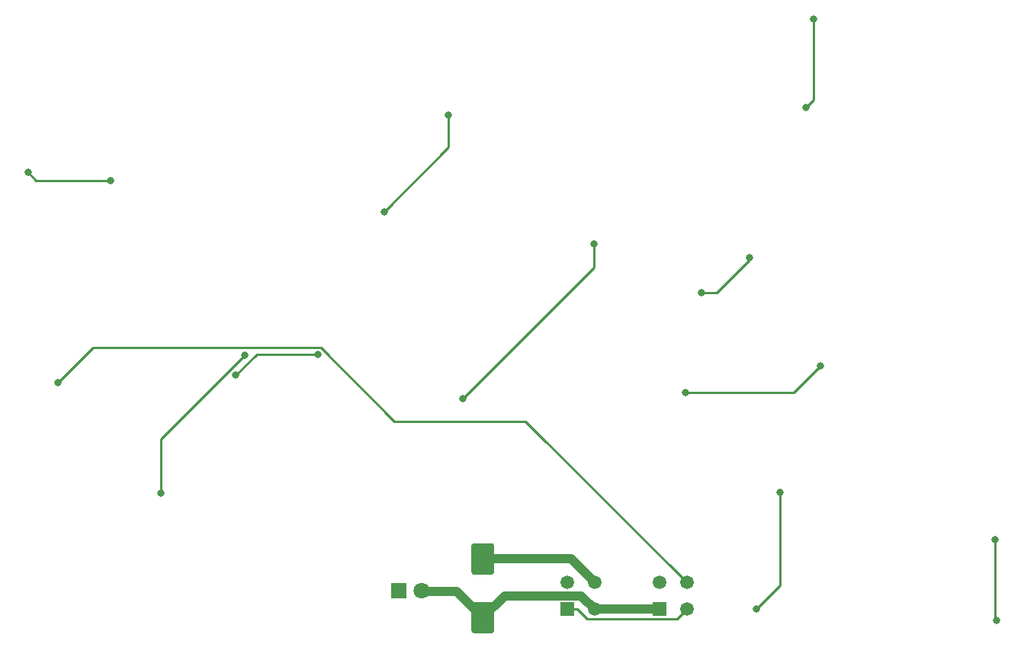
<source format=gbr>
%TF.GenerationSoftware,KiCad,Pcbnew,(5.1.6)-1*%
%TF.CreationDate,2020-11-25T11:28:29+11:00*%
%TF.ProjectId,SNSR Panel PCB V1,534e5352-2050-4616-9e65-6c2050434220,rev?*%
%TF.SameCoordinates,Original*%
%TF.FileFunction,Copper,L2,Bot*%
%TF.FilePolarity,Positive*%
%FSLAX46Y46*%
G04 Gerber Fmt 4.6, Leading zero omitted, Abs format (unit mm)*
G04 Created by KiCad (PCBNEW (5.1.6)-1) date 2020-11-25 11:28:29*
%MOMM*%
%LPD*%
G01*
G04 APERTURE LIST*
%TA.AperFunction,ComponentPad*%
%ADD10C,1.520000*%
%TD*%
%TA.AperFunction,ComponentPad*%
%ADD11R,1.520000X1.520000*%
%TD*%
%TA.AperFunction,ComponentPad*%
%ADD12C,1.800000*%
%TD*%
%TA.AperFunction,ComponentPad*%
%ADD13R,1.800000X1.800000*%
%TD*%
%TA.AperFunction,ViaPad*%
%ADD14C,0.800000*%
%TD*%
%TA.AperFunction,Conductor*%
%ADD15C,1.000000*%
%TD*%
%TA.AperFunction,Conductor*%
%ADD16C,0.250000*%
%TD*%
G04 APERTURE END LIST*
D10*
%TO.P,J2,4*%
%TO.N,/LEDGND*%
X156694999Y-114526001D03*
%TO.P,J2,3*%
%TO.N,/DATAOUT*%
X153695000Y-114526001D03*
%TO.P,J2,2*%
%TO.N,/LED+5V*%
X156694999Y-117526000D03*
D11*
%TO.P,J2,1*%
%TO.N,/DATALOOP*%
X153695000Y-117526000D03*
%TD*%
D10*
%TO.P,J1,4*%
%TO.N,/DATAIN*%
X166931999Y-114526001D03*
%TO.P,J1,3*%
%TO.N,/LEDGND*%
X163932000Y-114526001D03*
%TO.P,J1,2*%
%TO.N,/DATALOOP*%
X166931999Y-117526000D03*
D11*
%TO.P,J1,1*%
%TO.N,/LED+5V*%
X163932000Y-117526000D03*
%TD*%
D12*
%TO.P,D1,2*%
%TO.N,/LED+5V*%
X137490000Y-115443000D03*
D13*
%TO.P,D1,1*%
%TO.N,Net-(D1-Pad1)*%
X134950000Y-115443000D03*
%TD*%
%TO.P,C1,2*%
%TO.N,/LEDGND*%
%TA.AperFunction,SMDPad,CuDef*%
G36*
G01*
X145272000Y-113689000D02*
X143272000Y-113689000D01*
G75*
G02*
X143022000Y-113439000I0J250000D01*
G01*
X143022000Y-110439000D01*
G75*
G02*
X143272000Y-110189000I250000J0D01*
G01*
X145272000Y-110189000D01*
G75*
G02*
X145522000Y-110439000I0J-250000D01*
G01*
X145522000Y-113439000D01*
G75*
G02*
X145272000Y-113689000I-250000J0D01*
G01*
G37*
%TD.AperFunction*%
%TO.P,C1,1*%
%TO.N,/LED+5V*%
%TA.AperFunction,SMDPad,CuDef*%
G36*
G01*
X145272000Y-120189000D02*
X143272000Y-120189000D01*
G75*
G02*
X143022000Y-119939000I0J250000D01*
G01*
X143022000Y-116939000D01*
G75*
G02*
X143272000Y-116689000I250000J0D01*
G01*
X145272000Y-116689000D01*
G75*
G02*
X145522000Y-116939000I0J-250000D01*
G01*
X145522000Y-119939000D01*
G75*
G02*
X145272000Y-120189000I-250000J0D01*
G01*
G37*
%TD.AperFunction*%
%TD*%
D14*
%TO.N,/DATAIN*%
X97095300Y-92347300D03*
%TO.N,Net-(D5-Pad2)*%
X102935500Y-69902800D03*
X93772100Y-69011400D03*
%TO.N,Net-(D19-Pad2)*%
X117809300Y-89312800D03*
X108516500Y-104619700D03*
%TO.N,Net-(D20-Pad2)*%
X125994000Y-89201700D03*
X116821800Y-91541800D03*
%TO.N,Net-(D23-Pad2)*%
X156589900Y-76934100D03*
X142036800Y-94132000D03*
%TO.N,Net-(D26-Pad2)*%
X140480700Y-62636400D03*
X133304500Y-73388300D03*
%TO.N,Net-(D32-Pad2)*%
X181035400Y-51994100D03*
X180172200Y-61809600D03*
%TO.N,Net-(D38-Pad2)*%
X168521200Y-82346800D03*
X173917200Y-78423100D03*
%TO.N,Net-(D44-Pad2)*%
X181750100Y-90498300D03*
X166762300Y-93422200D03*
%TO.N,Net-(D52-Pad2)*%
X201297600Y-118744700D03*
X201111600Y-109830000D03*
%TO.N,Net-(D57-Pad2)*%
X177257900Y-104577400D03*
X174645700Y-117487200D03*
%TD*%
D15*
%TO.N,/LEDGND*%
X144272000Y-111939000D02*
X154108000Y-111939000D01*
X154108000Y-111939000D02*
X156695000Y-114526000D01*
%TO.N,/LED+5V*%
X156695000Y-117526000D02*
X162471700Y-117526000D01*
X144272000Y-118439000D02*
X146677000Y-116034000D01*
X146677000Y-116034000D02*
X155203000Y-116034000D01*
X155203000Y-116034000D02*
X156695000Y-117526000D01*
X163932000Y-117526000D02*
X162471700Y-117526000D01*
X144272000Y-118439000D02*
X141417700Y-115584700D01*
X141417700Y-115584700D02*
X137631700Y-115584700D01*
X137631700Y-115584700D02*
X137490000Y-115443000D01*
D16*
%TO.N,/DATAIN*%
X166932000Y-114526000D02*
X149032400Y-96626400D01*
X149032400Y-96626400D02*
X134475900Y-96626400D01*
X134475900Y-96626400D02*
X126309900Y-88460400D01*
X126309900Y-88460400D02*
X100982200Y-88460400D01*
X100982200Y-88460400D02*
X97095300Y-92347300D01*
%TO.N,Net-(D5-Pad2)*%
X102935500Y-69902800D02*
X94663500Y-69902800D01*
X94663500Y-69902800D02*
X93772100Y-69011400D01*
%TO.N,Net-(D19-Pad2)*%
X108516500Y-104619700D02*
X108516500Y-98605600D01*
X108516500Y-98605600D02*
X117809300Y-89312800D01*
%TO.N,Net-(D20-Pad2)*%
X116821800Y-91541800D02*
X119161900Y-89201700D01*
X119161900Y-89201700D02*
X125994000Y-89201700D01*
%TO.N,Net-(D23-Pad2)*%
X156589900Y-76934100D02*
X156589900Y-79578900D01*
X156589900Y-79578900D02*
X142036800Y-94132000D01*
%TO.N,Net-(D26-Pad2)*%
X140480700Y-62636400D02*
X140480700Y-66212100D01*
X140480700Y-66212100D02*
X133304500Y-73388300D01*
%TO.N,Net-(D32-Pad2)*%
X181035400Y-51994100D02*
X181035400Y-60946400D01*
X181035400Y-60946400D02*
X180172200Y-61809600D01*
%TO.N,/DATALOOP*%
X153695000Y-117526000D02*
X154780300Y-117526000D01*
X166932000Y-117526000D02*
X165846700Y-118611300D01*
X165846700Y-118611300D02*
X155865600Y-118611300D01*
X155865600Y-118611300D02*
X154780300Y-117526000D01*
%TO.N,Net-(D38-Pad2)*%
X173917200Y-78423100D02*
X173917200Y-78711200D01*
X173917200Y-78711200D02*
X170281600Y-82346800D01*
X170281600Y-82346800D02*
X168521200Y-82346800D01*
%TO.N,Net-(D44-Pad2)*%
X166762300Y-93422200D02*
X178826200Y-93422200D01*
X178826200Y-93422200D02*
X181750100Y-90498300D01*
%TO.N,Net-(D52-Pad2)*%
X201297600Y-118744700D02*
X201111600Y-118558700D01*
X201111600Y-118558700D02*
X201111600Y-109830000D01*
%TO.N,Net-(D57-Pad2)*%
X177257900Y-104577400D02*
X177257900Y-114875000D01*
X177257900Y-114875000D02*
X174645700Y-117487200D01*
%TD*%
M02*

</source>
